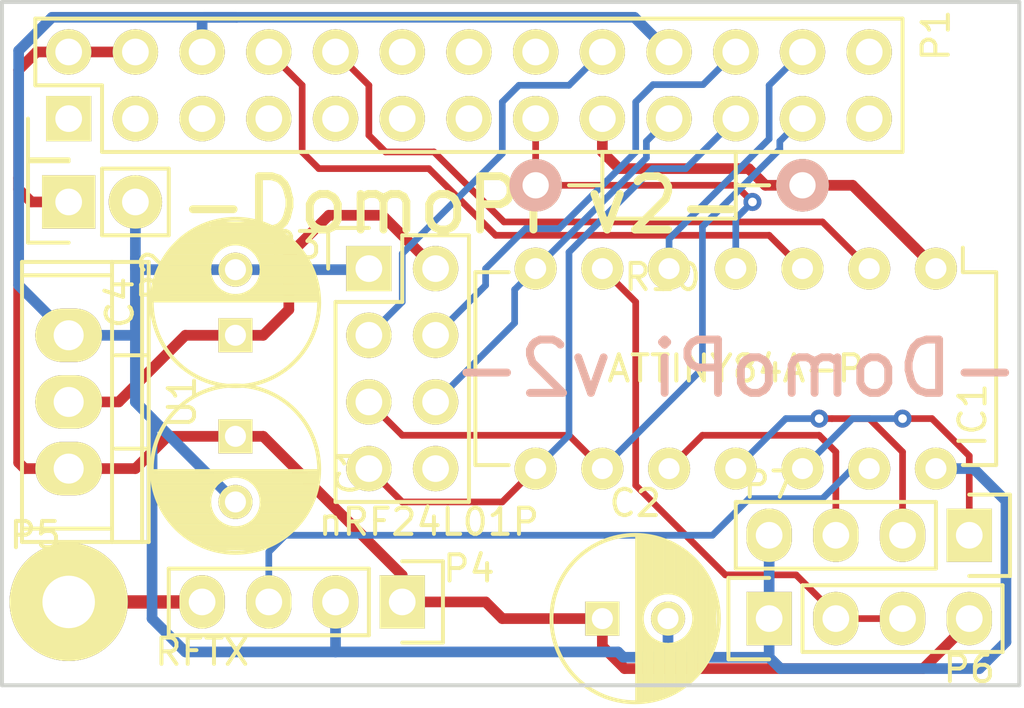
<source format=kicad_pcb>
(kicad_pcb (version 4) (host pcbnew "(2015-09-30 BZR 6231)-product")

  (general
    (links 42)
    (no_connects 0)
    (area 66.841 25.230285 108.667572 53.689)
    (thickness 1.6)
    (drawings 6)
    (tracks 191)
    (zones 0)
    (modules 13)
    (nets 20)
  )

  (page A4)
  (layers
    (0 Top signal)
    (31 Bottom signal)
    (36 B.SilkS user)
    (37 F.SilkS user)
    (38 B.Mask user)
    (39 F.Mask user)
    (42 Eco1.User user)
    (43 Eco2.User user)
    (44 Edge.Cuts user)
    (48 B.Fab user hide)
    (49 F.Fab user hide)
  )

  (setup
    (last_trace_width 0.254)
    (trace_clearance 0.1524)
    (zone_clearance 0.508)
    (zone_45_only no)
    (trace_min 0.1524)
    (segment_width 0.2)
    (edge_width 0.15)
    (via_size 0.6858)
    (via_drill 0.3302)
    (via_min_size 0.6858)
    (via_min_drill 0.3302)
    (uvia_size 0.762)
    (uvia_drill 0.508)
    (uvias_allowed no)
    (uvia_min_size 0)
    (uvia_min_drill 0)
    (pcb_text_width 0.3)
    (pcb_text_size 1.5 1.5)
    (mod_edge_width 0.15)
    (mod_text_size 1 1)
    (mod_text_width 0.15)
    (pad_size 3 3)
    (pad_drill 2)
    (pad_to_mask_clearance 0.2)
    (aux_axis_origin 0 0)
    (visible_elements FFFFFF7F)
    (pcbplotparams
      (layerselection 0x010f0_80000001)
      (usegerberextensions true)
      (excludeedgelayer true)
      (linewidth 0.100000)
      (plotframeref false)
      (viasonmask false)
      (mode 1)
      (useauxorigin false)
      (hpglpennumber 1)
      (hpglpenspeed 20)
      (hpglpendiameter 15)
      (hpglpenoverlay 2)
      (psnegative false)
      (psa4output false)
      (plotreference true)
      (plotvalue true)
      (plotinvisibletext false)
      (padsonsilk false)
      (subtractmaskfromsilk false)
      (outputformat 1)
      (mirror false)
      (drillshape 0)
      (scaleselection 1)
      (outputdirectory ""))
  )

  (net 0 "")
  (net 1 GND)
  (net 2 +3V3)
  (net 3 +5V)
  (net 4 CE)
  (net 5 SS0)
  (net 6 SCK)
  (net 7 MOSI)
  (net 8 MISO)
  (net 9 /RF433-OUT)
  (net 10 Tiny-RESET)
  (net 11 TX)
  (net 12 SS1)
  (net 13 RX)
  (net 14 /ADC3)
  (net 15 /ADC2)
  (net 16 /ADC1)
  (net 17 /ANT)
  (net 18 /NRF-VCC)
  (net 19 /RF433-IN)

  (net_class Default "This is the default net class."
    (clearance 0.1524)
    (trace_width 0.254)
    (via_dia 0.6858)
    (via_drill 0.3302)
    (uvia_dia 0.762)
    (uvia_drill 0.508)
    (add_net /ADC1)
    (add_net /ADC2)
    (add_net /ADC3)
    (add_net /RF433-IN)
    (add_net /RF433-OUT)
    (add_net CE)
    (add_net MISO)
    (add_net MOSI)
    (add_net RX)
    (add_net SCK)
    (add_net SS0)
    (add_net SS1)
    (add_net TX)
    (add_net Tiny-RESET)
  )

  (net_class ANT ""
    (clearance 0.254)
    (trace_width 0.508)
    (via_dia 0.6858)
    (via_drill 0.3302)
    (uvia_dia 0.762)
    (uvia_drill 0.508)
    (add_net /ANT)
  )

  (net_class Power ""
    (clearance 0.254)
    (trace_width 0.4064)
    (via_dia 0.6858)
    (via_drill 0.3302)
    (uvia_dia 0.762)
    (uvia_drill 0.508)
    (add_net +3V3)
    (add_net +5V)
    (add_net /NRF-VCC)
    (add_net GND)
  )

  (module Capacitors_ThroughHole:C_Radial_D6.3_L11.2_P2.5 (layer Top) (tedit 0) (tstamp 56F5415F)
    (at 77.47 41.95 270)
    (descr "Radial Electrolytic Capacitor, Diameter 6.3mm x Length 11.2mm, Pitch 2.5mm")
    (tags "Electrolytic Capacitor")
    (path /56F554DF)
    (fp_text reference C1 (at 1.25 -4.4 270) (layer F.SilkS)
      (effects (font (size 1 1) (thickness 0.15)))
    )
    (fp_text value 0.47u (at 1.25 4.4 270) (layer F.Fab)
      (effects (font (size 1 1) (thickness 0.15)))
    )
    (fp_line (start 1.325 -3.149) (end 1.325 3.149) (layer F.SilkS) (width 0.15))
    (fp_line (start 1.465 -3.143) (end 1.465 3.143) (layer F.SilkS) (width 0.15))
    (fp_line (start 1.605 -3.13) (end 1.605 -0.446) (layer F.SilkS) (width 0.15))
    (fp_line (start 1.605 0.446) (end 1.605 3.13) (layer F.SilkS) (width 0.15))
    (fp_line (start 1.745 -3.111) (end 1.745 -0.656) (layer F.SilkS) (width 0.15))
    (fp_line (start 1.745 0.656) (end 1.745 3.111) (layer F.SilkS) (width 0.15))
    (fp_line (start 1.885 -3.085) (end 1.885 -0.789) (layer F.SilkS) (width 0.15))
    (fp_line (start 1.885 0.789) (end 1.885 3.085) (layer F.SilkS) (width 0.15))
    (fp_line (start 2.025 -3.053) (end 2.025 -0.88) (layer F.SilkS) (width 0.15))
    (fp_line (start 2.025 0.88) (end 2.025 3.053) (layer F.SilkS) (width 0.15))
    (fp_line (start 2.165 -3.014) (end 2.165 -0.942) (layer F.SilkS) (width 0.15))
    (fp_line (start 2.165 0.942) (end 2.165 3.014) (layer F.SilkS) (width 0.15))
    (fp_line (start 2.305 -2.968) (end 2.305 -0.981) (layer F.SilkS) (width 0.15))
    (fp_line (start 2.305 0.981) (end 2.305 2.968) (layer F.SilkS) (width 0.15))
    (fp_line (start 2.445 -2.915) (end 2.445 -0.998) (layer F.SilkS) (width 0.15))
    (fp_line (start 2.445 0.998) (end 2.445 2.915) (layer F.SilkS) (width 0.15))
    (fp_line (start 2.585 -2.853) (end 2.585 -0.996) (layer F.SilkS) (width 0.15))
    (fp_line (start 2.585 0.996) (end 2.585 2.853) (layer F.SilkS) (width 0.15))
    (fp_line (start 2.725 -2.783) (end 2.725 -0.974) (layer F.SilkS) (width 0.15))
    (fp_line (start 2.725 0.974) (end 2.725 2.783) (layer F.SilkS) (width 0.15))
    (fp_line (start 2.865 -2.704) (end 2.865 -0.931) (layer F.SilkS) (width 0.15))
    (fp_line (start 2.865 0.931) (end 2.865 2.704) (layer F.SilkS) (width 0.15))
    (fp_line (start 3.005 -2.616) (end 3.005 -0.863) (layer F.SilkS) (width 0.15))
    (fp_line (start 3.005 0.863) (end 3.005 2.616) (layer F.SilkS) (width 0.15))
    (fp_line (start 3.145 -2.516) (end 3.145 -0.764) (layer F.SilkS) (width 0.15))
    (fp_line (start 3.145 0.764) (end 3.145 2.516) (layer F.SilkS) (width 0.15))
    (fp_line (start 3.285 -2.404) (end 3.285 -0.619) (layer F.SilkS) (width 0.15))
    (fp_line (start 3.285 0.619) (end 3.285 2.404) (layer F.SilkS) (width 0.15))
    (fp_line (start 3.425 -2.279) (end 3.425 -0.38) (layer F.SilkS) (width 0.15))
    (fp_line (start 3.425 0.38) (end 3.425 2.279) (layer F.SilkS) (width 0.15))
    (fp_line (start 3.565 -2.136) (end 3.565 2.136) (layer F.SilkS) (width 0.15))
    (fp_line (start 3.705 -1.974) (end 3.705 1.974) (layer F.SilkS) (width 0.15))
    (fp_line (start 3.845 -1.786) (end 3.845 1.786) (layer F.SilkS) (width 0.15))
    (fp_line (start 3.985 -1.563) (end 3.985 1.563) (layer F.SilkS) (width 0.15))
    (fp_line (start 4.125 -1.287) (end 4.125 1.287) (layer F.SilkS) (width 0.15))
    (fp_line (start 4.265 -0.912) (end 4.265 0.912) (layer F.SilkS) (width 0.15))
    (fp_circle (center 2.5 0) (end 2.5 -1) (layer F.SilkS) (width 0.15))
    (fp_circle (center 1.25 0) (end 1.25 -3.1875) (layer F.SilkS) (width 0.15))
    (fp_circle (center 1.25 0) (end 1.25 -3.4) (layer F.CrtYd) (width 0.05))
    (pad 2 thru_hole circle (at 2.5 0 270) (size 1.3 1.3) (drill 0.8) (layers *.Cu *.Mask F.SilkS)
      (net 1 GND))
    (pad 1 thru_hole rect (at 0 0 270) (size 1.3 1.3) (drill 0.8) (layers *.Cu *.Mask F.SilkS)
      (net 3 +5V))
    (model Capacitors_ThroughHole.3dshapes/C_Radial_D6.3_L11.2_P2.5.wrl
      (at (xyz 0 0 0))
      (scale (xyz 1 1 1))
      (rotate (xyz 0 0 0))
    )
  )

  (module Socket_Strips:Socket_Strip_Straight_1x04 (layer Top) (tedit 56FA76BD) (tstamp 560BFC1B)
    (at 83.82 48.26 180)
    (descr "Through hole socket strip")
    (tags "socket strip")
    (path /560D0649)
    (fp_text reference P4 (at -2.54 1.27 180) (layer F.SilkS)
      (effects (font (size 1 1) (thickness 0.15)))
    )
    (fp_text value RFTX (at 7.62 -1.905 180) (layer F.SilkS)
      (effects (font (size 1 1) (thickness 0.15)))
    )
    (fp_line (start -1.75 -1.75) (end -1.75 1.75) (layer F.CrtYd) (width 0.05))
    (fp_line (start 9.4 -1.75) (end 9.4 1.75) (layer F.CrtYd) (width 0.05))
    (fp_line (start -1.75 -1.75) (end 9.4 -1.75) (layer F.CrtYd) (width 0.05))
    (fp_line (start -1.75 1.75) (end 9.4 1.75) (layer F.CrtYd) (width 0.05))
    (fp_line (start 1.27 -1.27) (end 8.89 -1.27) (layer F.SilkS) (width 0.15))
    (fp_line (start 1.27 1.27) (end 8.89 1.27) (layer F.SilkS) (width 0.15))
    (fp_line (start -1.55 1.55) (end 0 1.55) (layer F.SilkS) (width 0.15))
    (fp_line (start 8.89 -1.27) (end 8.89 1.27) (layer F.SilkS) (width 0.15))
    (fp_line (start 1.27 1.27) (end 1.27 -1.27) (layer F.SilkS) (width 0.15))
    (fp_line (start 0 -1.55) (end -1.55 -1.55) (layer F.SilkS) (width 0.15))
    (fp_line (start -1.55 -1.55) (end -1.55 1.55) (layer F.SilkS) (width 0.15))
    (pad 1 thru_hole rect (at 0 0 180) (size 1.7272 2.032) (drill 1.016) (layers *.Cu *.Mask F.SilkS)
      (net 3 +5V))
    (pad 2 thru_hole oval (at 2.54 0 180) (size 1.7272 2.032) (drill 1.016) (layers *.Cu *.Mask F.SilkS)
      (net 1 GND))
    (pad 3 thru_hole oval (at 5.08 0 180) (size 1.7272 2.032) (drill 1.016) (layers *.Cu *.Mask F.SilkS)
      (net 9 /RF433-OUT))
    (pad 4 thru_hole oval (at 7.62 0 180) (size 1.7272 2.032) (drill 1.016) (layers *.Cu *.Mask F.SilkS)
      (net 17 /ANT))
    (model Socket_Strips.3dshapes/Socket_Strip_Straight_1x04.wrl
      (at (xyz 0.15 0 0))
      (scale (xyz 1 1 1))
      (rotate (xyz 0 0 180))
    )
  )

  (module Socket_Strips:Socket_Strip_Straight_1x04 (layer Top) (tedit 0) (tstamp 56FA5072)
    (at 97.79 48.895)
    (descr "Through hole socket strip")
    (tags "socket strip")
    (path /56FA5F1D)
    (fp_text reference P7 (at 0 -5.1) (layer F.SilkS)
      (effects (font (size 1 1) (thickness 0.15)))
    )
    (fp_text value RFRX (at 0 -3.1) (layer F.Fab)
      (effects (font (size 1 1) (thickness 0.15)))
    )
    (fp_line (start -1.75 -1.75) (end -1.75 1.75) (layer F.CrtYd) (width 0.05))
    (fp_line (start 9.4 -1.75) (end 9.4 1.75) (layer F.CrtYd) (width 0.05))
    (fp_line (start -1.75 -1.75) (end 9.4 -1.75) (layer F.CrtYd) (width 0.05))
    (fp_line (start -1.75 1.75) (end 9.4 1.75) (layer F.CrtYd) (width 0.05))
    (fp_line (start 1.27 -1.27) (end 8.89 -1.27) (layer F.SilkS) (width 0.15))
    (fp_line (start 1.27 1.27) (end 8.89 1.27) (layer F.SilkS) (width 0.15))
    (fp_line (start -1.55 1.55) (end 0 1.55) (layer F.SilkS) (width 0.15))
    (fp_line (start 8.89 -1.27) (end 8.89 1.27) (layer F.SilkS) (width 0.15))
    (fp_line (start 1.27 1.27) (end 1.27 -1.27) (layer F.SilkS) (width 0.15))
    (fp_line (start 0 -1.55) (end -1.55 -1.55) (layer F.SilkS) (width 0.15))
    (fp_line (start -1.55 -1.55) (end -1.55 1.55) (layer F.SilkS) (width 0.15))
    (pad 1 thru_hole rect (at 0 0) (size 1.7272 2.032) (drill 1.016) (layers *.Cu *.Mask F.SilkS)
      (net 1 GND))
    (pad 2 thru_hole oval (at 2.54 0) (size 1.7272 2.032) (drill 1.016) (layers *.Cu *.Mask F.SilkS)
      (net 19 /RF433-IN))
    (pad 3 thru_hole oval (at 5.08 0) (size 1.7272 2.032) (drill 1.016) (layers *.Cu *.Mask F.SilkS)
      (net 19 /RF433-IN))
    (pad 4 thru_hole oval (at 7.62 0) (size 1.7272 2.032) (drill 1.016) (layers *.Cu *.Mask F.SilkS)
      (net 3 +5V))
    (model Socket_Strips.3dshapes/Socket_Strip_Straight_1x04.wrl
      (at (xyz 0.15 0 0))
      (scale (xyz 1 1 1))
      (rotate (xyz 0 0 180))
    )
  )

  (module Housings_DIP:DIP-14_W7.62mm (layer Top) (tedit 560CF929) (tstamp 560BE100)
    (at 104.14 35.56 270)
    (descr "14-lead dip package, row spacing 7.62 mm (300 mils)")
    (tags "dil dip 2.54 300")
    (path /560BE23A)
    (fp_text reference IC1 (at 5.588 -1.397 270) (layer F.SilkS)
      (effects (font (size 1 1) (thickness 0.15)))
    )
    (fp_text value ATTINY84A-P (at 3.81 7.62 360) (layer F.SilkS)
      (effects (font (size 1 1) (thickness 0.15)))
    )
    (fp_line (start -1.05 -2.45) (end -1.05 17.7) (layer F.CrtYd) (width 0.05))
    (fp_line (start 8.65 -2.45) (end 8.65 17.7) (layer F.CrtYd) (width 0.05))
    (fp_line (start -1.05 -2.45) (end 8.65 -2.45) (layer F.CrtYd) (width 0.05))
    (fp_line (start -1.05 17.7) (end 8.65 17.7) (layer F.CrtYd) (width 0.05))
    (fp_line (start 0.135 -2.295) (end 0.135 -1.025) (layer F.SilkS) (width 0.15))
    (fp_line (start 7.485 -2.295) (end 7.485 -1.025) (layer F.SilkS) (width 0.15))
    (fp_line (start 7.485 17.535) (end 7.485 16.265) (layer F.SilkS) (width 0.15))
    (fp_line (start 0.135 17.535) (end 0.135 16.265) (layer F.SilkS) (width 0.15))
    (fp_line (start 0.135 -2.295) (end 7.485 -2.295) (layer F.SilkS) (width 0.15))
    (fp_line (start 0.135 17.535) (end 7.485 17.535) (layer F.SilkS) (width 0.15))
    (fp_line (start 0.135 -1.025) (end -0.8 -1.025) (layer F.SilkS) (width 0.15))
    (pad 1 thru_hole oval (at 0 0 270) (size 1.6 1.6) (drill 0.8) (layers *.Cu *.Mask F.SilkS)
      (net 2 +3V3))
    (pad 2 thru_hole oval (at 0 2.54 270) (size 1.6 1.6) (drill 0.8) (layers *.Cu *.Mask F.SilkS)
      (net 13 RX))
    (pad 3 thru_hole oval (at 0 5.08 270) (size 1.6 1.6) (drill 0.8) (layers *.Cu *.Mask F.SilkS)
      (net 11 TX))
    (pad 4 thru_hole oval (at 0 7.62 270) (size 1.6 1.6) (drill 0.8) (layers *.Cu *.Mask F.SilkS)
      (net 10 Tiny-RESET))
    (pad 5 thru_hole oval (at 0 10.16 270) (size 1.6 1.6) (drill 0.8) (layers *.Cu *.Mask F.SilkS)
      (net 12 SS1))
    (pad 6 thru_hole oval (at 0 12.7 270) (size 1.6 1.6) (drill 0.8) (layers *.Cu *.Mask F.SilkS)
      (net 19 /RF433-IN))
    (pad 7 thru_hole oval (at 0 15.24 270) (size 1.6 1.6) (drill 0.8) (layers *.Cu *.Mask F.SilkS)
      (net 7 MOSI))
    (pad 8 thru_hole oval (at 7.62 15.24 270) (size 1.6 1.6) (drill 0.8) (layers *.Cu *.Mask F.SilkS)
      (net 8 MISO))
    (pad 9 thru_hole oval (at 7.62 12.7 270) (size 1.6 1.6) (drill 0.8) (layers *.Cu *.Mask F.SilkS)
      (net 6 SCK))
    (pad 10 thru_hole oval (at 7.62 10.16 270) (size 1.6 1.6) (drill 0.8) (layers *.Cu *.Mask F.SilkS)
      (net 14 /ADC3))
    (pad 11 thru_hole oval (at 7.62 7.62 270) (size 1.6 1.6) (drill 0.8) (layers *.Cu *.Mask F.SilkS)
      (net 15 /ADC2))
    (pad 12 thru_hole oval (at 7.62 5.08 270) (size 1.6 1.6) (drill 0.8) (layers *.Cu *.Mask F.SilkS)
      (net 16 /ADC1))
    (pad 13 thru_hole oval (at 7.62 2.54 270) (size 1.6 1.6) (drill 0.8) (layers *.Cu *.Mask F.SilkS)
      (net 9 /RF433-OUT))
    (pad 14 thru_hole oval (at 7.62 0 270) (size 1.6 1.6) (drill 0.8) (layers *.Cu *.Mask F.SilkS)
      (net 1 GND))
    (model Housings_DIP.3dshapes/DIP-14_W7.62mm.wrl
      (at (xyz 0 0 0))
      (scale (xyz 1 1 1))
      (rotate (xyz 0 0 0))
    )
  )

  (module Pin_Headers:Pin_Header_Straight_1x02 (layer Top) (tedit 560CF25E) (tstamp 560BDFE5)
    (at 71.12 33.02 90)
    (descr "Through hole pin header")
    (tags "pin header")
    (path /560C2BF5)
    (fp_text reference P2 (at -2.794 3.302 90) (layer F.SilkS)
      (effects (font (size 1 1) (thickness 0.15)))
    )
    (fp_text value CONN_01X02 (at 0 -3.1 90) (layer F.Fab) hide
      (effects (font (size 1 1) (thickness 0.15)))
    )
    (fp_line (start 1.27 1.27) (end 1.27 3.81) (layer F.SilkS) (width 0.15))
    (fp_line (start 1.55 -1.55) (end 1.55 0) (layer F.SilkS) (width 0.15))
    (fp_line (start -1.75 -1.75) (end -1.75 4.3) (layer F.CrtYd) (width 0.05))
    (fp_line (start 1.75 -1.75) (end 1.75 4.3) (layer F.CrtYd) (width 0.05))
    (fp_line (start -1.75 -1.75) (end 1.75 -1.75) (layer F.CrtYd) (width 0.05))
    (fp_line (start -1.75 4.3) (end 1.75 4.3) (layer F.CrtYd) (width 0.05))
    (fp_line (start 1.27 1.27) (end -1.27 1.27) (layer F.SilkS) (width 0.15))
    (fp_line (start -1.55 0) (end -1.55 -1.55) (layer F.SilkS) (width 0.15))
    (fp_line (start -1.55 -1.55) (end 1.55 -1.55) (layer F.SilkS) (width 0.15))
    (fp_line (start -1.27 1.27) (end -1.27 3.81) (layer F.SilkS) (width 0.15))
    (fp_line (start -1.27 3.81) (end 1.27 3.81) (layer F.SilkS) (width 0.15))
    (pad 1 thru_hole rect (at 0 0 90) (size 2.032 2.032) (drill 1.016) (layers *.Cu *.Mask F.SilkS)
      (net 3 +5V))
    (pad 2 thru_hole oval (at 0 2.54 90) (size 2.032 2.032) (drill 1.016) (layers *.Cu *.Mask F.SilkS)
      (net 1 GND))
    (model Pin_Headers.3dshapes/Pin_Header_Straight_1x02.wrl
      (at (xyz 0 -0.05 0))
      (scale (xyz 1 1 1))
      (rotate (xyz 0 0 90))
    )
  )

  (module Pin_Headers:Pin_Header_Straight_2x04 (layer Top) (tedit 560CF95F) (tstamp 560BFE6B)
    (at 82.55 35.56)
    (descr "Through hole pin header")
    (tags "pin header")
    (path /560BE537)
    (fp_text reference P3 (at -2.794 -0.889) (layer F.SilkS)
      (effects (font (size 1 1) (thickness 0.15)))
    )
    (fp_text value nRF24L01P (at 2.286 9.652) (layer F.SilkS)
      (effects (font (size 1 1) (thickness 0.15)))
    )
    (fp_line (start -1.75 -1.75) (end -1.75 9.4) (layer F.CrtYd) (width 0.05))
    (fp_line (start 4.3 -1.75) (end 4.3 9.4) (layer F.CrtYd) (width 0.05))
    (fp_line (start -1.75 -1.75) (end 4.3 -1.75) (layer F.CrtYd) (width 0.05))
    (fp_line (start -1.75 9.4) (end 4.3 9.4) (layer F.CrtYd) (width 0.05))
    (fp_line (start -1.27 1.27) (end -1.27 8.89) (layer F.SilkS) (width 0.15))
    (fp_line (start -1.27 8.89) (end 3.81 8.89) (layer F.SilkS) (width 0.15))
    (fp_line (start 3.81 8.89) (end 3.81 -1.27) (layer F.SilkS) (width 0.15))
    (fp_line (start 3.81 -1.27) (end 1.27 -1.27) (layer F.SilkS) (width 0.15))
    (fp_line (start 0 -1.55) (end -1.55 -1.55) (layer F.SilkS) (width 0.15))
    (fp_line (start 1.27 -1.27) (end 1.27 1.27) (layer F.SilkS) (width 0.15))
    (fp_line (start 1.27 1.27) (end -1.27 1.27) (layer F.SilkS) (width 0.15))
    (fp_line (start -1.55 -1.55) (end -1.55 0) (layer F.SilkS) (width 0.15))
    (pad 1 thru_hole rect (at 0 0) (size 1.7272 1.7272) (drill 1.016) (layers *.Cu *.Mask F.SilkS)
      (net 1 GND))
    (pad 2 thru_hole oval (at 2.54 0) (size 1.7272 1.7272) (drill 1.016) (layers *.Cu *.Mask F.SilkS)
      (net 18 /NRF-VCC))
    (pad 3 thru_hole oval (at 0 2.54) (size 1.7272 1.7272) (drill 1.016) (layers *.Cu *.Mask F.SilkS)
      (net 4 CE))
    (pad 4 thru_hole oval (at 2.54 2.54) (size 1.7272 1.7272) (drill 1.016) (layers *.Cu *.Mask F.SilkS)
      (net 5 SS0))
    (pad 5 thru_hole oval (at 0 5.08) (size 1.7272 1.7272) (drill 1.016) (layers *.Cu *.Mask F.SilkS)
      (net 6 SCK))
    (pad 6 thru_hole oval (at 2.54 5.08) (size 1.7272 1.7272) (drill 1.016) (layers *.Cu *.Mask F.SilkS)
      (net 7 MOSI))
    (pad 7 thru_hole oval (at 0 7.62) (size 1.7272 1.7272) (drill 1.016) (layers *.Cu *.Mask F.SilkS)
      (net 8 MISO))
    (pad 8 thru_hole oval (at 2.54 7.62) (size 1.7272 1.7272) (drill 1.016) (layers *.Cu *.Mask F.SilkS))
    (model Pin_Headers.3dshapes/Pin_Header_Straight_2x04.wrl
      (at (xyz 0.05 -0.15 0))
      (scale (xyz 1 1 1))
      (rotate (xyz 0 0 90))
    )
  )

  (module Wire_Pads:SolderWirePad_single_2mmDrill (layer Top) (tedit 56FA76CA) (tstamp 56B89E15)
    (at 71.12 48.26)
    (path /560D11E1)
    (fp_text reference P5 (at -1.27 -2.54) (layer F.SilkS)
      (effects (font (size 1 1) (thickness 0.15)))
    )
    (fp_text value ANT (at -0.635 3.81) (layer F.Fab)
      (effects (font (size 1 1) (thickness 0.15)))
    )
    (pad 1 thru_hole circle (at 0 0) (size 4.50088 4.50088) (drill 1.99898) (layers *.Cu *.Mask F.SilkS)
      (net 17 /ANT))
  )

  (module Capacitors_ThroughHole:C_Radial_D6.3_L11.2_P2.5 (layer Top) (tedit 0) (tstamp 56F54165)
    (at 77.47 38.1 90)
    (descr "Radial Electrolytic Capacitor, Diameter 6.3mm x Length 11.2mm, Pitch 2.5mm")
    (tags "Electrolytic Capacitor")
    (path /560D0C56)
    (fp_text reference C4 (at 1.25 -4.4 90) (layer F.SilkS)
      (effects (font (size 1 1) (thickness 0.15)))
    )
    (fp_text value 33u (at 1.25 4.4 90) (layer F.Fab)
      (effects (font (size 1 1) (thickness 0.15)))
    )
    (fp_line (start 1.325 -3.149) (end 1.325 3.149) (layer F.SilkS) (width 0.15))
    (fp_line (start 1.465 -3.143) (end 1.465 3.143) (layer F.SilkS) (width 0.15))
    (fp_line (start 1.605 -3.13) (end 1.605 -0.446) (layer F.SilkS) (width 0.15))
    (fp_line (start 1.605 0.446) (end 1.605 3.13) (layer F.SilkS) (width 0.15))
    (fp_line (start 1.745 -3.111) (end 1.745 -0.656) (layer F.SilkS) (width 0.15))
    (fp_line (start 1.745 0.656) (end 1.745 3.111) (layer F.SilkS) (width 0.15))
    (fp_line (start 1.885 -3.085) (end 1.885 -0.789) (layer F.SilkS) (width 0.15))
    (fp_line (start 1.885 0.789) (end 1.885 3.085) (layer F.SilkS) (width 0.15))
    (fp_line (start 2.025 -3.053) (end 2.025 -0.88) (layer F.SilkS) (width 0.15))
    (fp_line (start 2.025 0.88) (end 2.025 3.053) (layer F.SilkS) (width 0.15))
    (fp_line (start 2.165 -3.014) (end 2.165 -0.942) (layer F.SilkS) (width 0.15))
    (fp_line (start 2.165 0.942) (end 2.165 3.014) (layer F.SilkS) (width 0.15))
    (fp_line (start 2.305 -2.968) (end 2.305 -0.981) (layer F.SilkS) (width 0.15))
    (fp_line (start 2.305 0.981) (end 2.305 2.968) (layer F.SilkS) (width 0.15))
    (fp_line (start 2.445 -2.915) (end 2.445 -0.998) (layer F.SilkS) (width 0.15))
    (fp_line (start 2.445 0.998) (end 2.445 2.915) (layer F.SilkS) (width 0.15))
    (fp_line (start 2.585 -2.853) (end 2.585 -0.996) (layer F.SilkS) (width 0.15))
    (fp_line (start 2.585 0.996) (end 2.585 2.853) (layer F.SilkS) (width 0.15))
    (fp_line (start 2.725 -2.783) (end 2.725 -0.974) (layer F.SilkS) (width 0.15))
    (fp_line (start 2.725 0.974) (end 2.725 2.783) (layer F.SilkS) (width 0.15))
    (fp_line (start 2.865 -2.704) (end 2.865 -0.931) (layer F.SilkS) (width 0.15))
    (fp_line (start 2.865 0.931) (end 2.865 2.704) (layer F.SilkS) (width 0.15))
    (fp_line (start 3.005 -2.616) (end 3.005 -0.863) (layer F.SilkS) (width 0.15))
    (fp_line (start 3.005 0.863) (end 3.005 2.616) (layer F.SilkS) (width 0.15))
    (fp_line (start 3.145 -2.516) (end 3.145 -0.764) (layer F.SilkS) (width 0.15))
    (fp_line (start 3.145 0.764) (end 3.145 2.516) (layer F.SilkS) (width 0.15))
    (fp_line (start 3.285 -2.404) (end 3.285 -0.619) (layer F.SilkS) (width 0.15))
    (fp_line (start 3.285 0.619) (end 3.285 2.404) (layer F.SilkS) (width 0.15))
    (fp_line (start 3.425 -2.279) (end 3.425 -0.38) (layer F.SilkS) (width 0.15))
    (fp_line (start 3.425 0.38) (end 3.425 2.279) (layer F.SilkS) (width 0.15))
    (fp_line (start 3.565 -2.136) (end 3.565 2.136) (layer F.SilkS) (width 0.15))
    (fp_line (start 3.705 -1.974) (end 3.705 1.974) (layer F.SilkS) (width 0.15))
    (fp_line (start 3.845 -1.786) (end 3.845 1.786) (layer F.SilkS) (width 0.15))
    (fp_line (start 3.985 -1.563) (end 3.985 1.563) (layer F.SilkS) (width 0.15))
    (fp_line (start 4.125 -1.287) (end 4.125 1.287) (layer F.SilkS) (width 0.15))
    (fp_line (start 4.265 -0.912) (end 4.265 0.912) (layer F.SilkS) (width 0.15))
    (fp_circle (center 2.5 0) (end 2.5 -1) (layer F.SilkS) (width 0.15))
    (fp_circle (center 1.25 0) (end 1.25 -3.1875) (layer F.SilkS) (width 0.15))
    (fp_circle (center 1.25 0) (end 1.25 -3.4) (layer F.CrtYd) (width 0.05))
    (pad 2 thru_hole circle (at 2.5 0 90) (size 1.3 1.3) (drill 0.8) (layers *.Cu *.Mask F.SilkS)
      (net 1 GND))
    (pad 1 thru_hole rect (at 0 0 90) (size 1.3 1.3) (drill 0.8) (layers *.Cu *.Mask F.SilkS)
      (net 18 /NRF-VCC))
    (model Capacitors_ThroughHole.3dshapes/C_Radial_D6.3_L11.2_P2.5.wrl
      (at (xyz 0 0 0))
      (scale (xyz 1 1 1))
      (rotate (xyz 0 0 0))
    )
  )

  (module Power_Integrations:TO-220 (layer Top) (tedit 0) (tstamp 56F5418D)
    (at 71.12 40.64 270)
    (descr "Non Isolated JEDEC TO-220 Package")
    (tags "Power Integration YN Package")
    (path /56F54C12)
    (fp_text reference U1 (at 0 -4.318 270) (layer F.SilkS)
      (effects (font (size 1 1) (thickness 0.15)))
    )
    (fp_text value LM3940IT-3.3 (at 0 -4.318 270) (layer F.Fab)
      (effects (font (size 1 1) (thickness 0.15)))
    )
    (fp_line (start 4.826 -1.651) (end 4.826 1.778) (layer F.SilkS) (width 0.15))
    (fp_line (start -4.826 -1.651) (end -4.826 1.778) (layer F.SilkS) (width 0.15))
    (fp_line (start 5.334 -2.794) (end -5.334 -2.794) (layer F.SilkS) (width 0.15))
    (fp_line (start 1.778 -1.778) (end 1.778 -3.048) (layer F.SilkS) (width 0.15))
    (fp_line (start -1.778 -1.778) (end -1.778 -3.048) (layer F.SilkS) (width 0.15))
    (fp_line (start -5.334 -1.651) (end 5.334 -1.651) (layer F.SilkS) (width 0.15))
    (fp_line (start 5.334 1.778) (end -5.334 1.778) (layer F.SilkS) (width 0.15))
    (fp_line (start -5.334 -3.048) (end -5.334 1.778) (layer F.SilkS) (width 0.15))
    (fp_line (start 5.334 -3.048) (end 5.334 1.778) (layer F.SilkS) (width 0.15))
    (fp_line (start 5.334 -3.048) (end -5.334 -3.048) (layer F.SilkS) (width 0.15))
    (pad 2 thru_hole oval (at 0 0 270) (size 2.032 2.54) (drill 1.143) (layers *.Cu *.Mask F.SilkS)
      (net 18 /NRF-VCC))
    (pad 3 thru_hole oval (at 2.54 0 270) (size 2.032 2.54) (drill 1.143) (layers *.Cu *.Mask F.SilkS)
      (net 3 +5V))
    (pad 1 thru_hole oval (at -2.54 0 270) (size 2.032 2.54) (drill 1.143) (layers *.Cu *.Mask F.SilkS)
      (net 1 GND))
  )

  (module Capacitors_ThroughHole:C_Radial_D6.3_L11.2_P2.5 (layer Top) (tedit 0) (tstamp 56F54544)
    (at 91.44 48.895)
    (descr "Radial Electrolytic Capacitor, Diameter 6.3mm x Length 11.2mm, Pitch 2.5mm")
    (tags "Electrolytic Capacitor")
    (path /56F57B33)
    (fp_text reference C2 (at 1.25 -4.4) (layer F.SilkS)
      (effects (font (size 1 1) (thickness 0.15)))
    )
    (fp_text value 10u (at 1.25 4.4) (layer F.Fab)
      (effects (font (size 1 1) (thickness 0.15)))
    )
    (fp_line (start 1.325 -3.149) (end 1.325 3.149) (layer F.SilkS) (width 0.15))
    (fp_line (start 1.465 -3.143) (end 1.465 3.143) (layer F.SilkS) (width 0.15))
    (fp_line (start 1.605 -3.13) (end 1.605 -0.446) (layer F.SilkS) (width 0.15))
    (fp_line (start 1.605 0.446) (end 1.605 3.13) (layer F.SilkS) (width 0.15))
    (fp_line (start 1.745 -3.111) (end 1.745 -0.656) (layer F.SilkS) (width 0.15))
    (fp_line (start 1.745 0.656) (end 1.745 3.111) (layer F.SilkS) (width 0.15))
    (fp_line (start 1.885 -3.085) (end 1.885 -0.789) (layer F.SilkS) (width 0.15))
    (fp_line (start 1.885 0.789) (end 1.885 3.085) (layer F.SilkS) (width 0.15))
    (fp_line (start 2.025 -3.053) (end 2.025 -0.88) (layer F.SilkS) (width 0.15))
    (fp_line (start 2.025 0.88) (end 2.025 3.053) (layer F.SilkS) (width 0.15))
    (fp_line (start 2.165 -3.014) (end 2.165 -0.942) (layer F.SilkS) (width 0.15))
    (fp_line (start 2.165 0.942) (end 2.165 3.014) (layer F.SilkS) (width 0.15))
    (fp_line (start 2.305 -2.968) (end 2.305 -0.981) (layer F.SilkS) (width 0.15))
    (fp_line (start 2.305 0.981) (end 2.305 2.968) (layer F.SilkS) (width 0.15))
    (fp_line (start 2.445 -2.915) (end 2.445 -0.998) (layer F.SilkS) (width 0.15))
    (fp_line (start 2.445 0.998) (end 2.445 2.915) (layer F.SilkS) (width 0.15))
    (fp_line (start 2.585 -2.853) (end 2.585 -0.996) (layer F.SilkS) (width 0.15))
    (fp_line (start 2.585 0.996) (end 2.585 2.853) (layer F.SilkS) (width 0.15))
    (fp_line (start 2.725 -2.783) (end 2.725 -0.974) (layer F.SilkS) (width 0.15))
    (fp_line (start 2.725 0.974) (end 2.725 2.783) (layer F.SilkS) (width 0.15))
    (fp_line (start 2.865 -2.704) (end 2.865 -0.931) (layer F.SilkS) (width 0.15))
    (fp_line (start 2.865 0.931) (end 2.865 2.704) (layer F.SilkS) (width 0.15))
    (fp_line (start 3.005 -2.616) (end 3.005 -0.863) (layer F.SilkS) (width 0.15))
    (fp_line (start 3.005 0.863) (end 3.005 2.616) (layer F.SilkS) (width 0.15))
    (fp_line (start 3.145 -2.516) (end 3.145 -0.764) (layer F.SilkS) (width 0.15))
    (fp_line (start 3.145 0.764) (end 3.145 2.516) (layer F.SilkS) (width 0.15))
    (fp_line (start 3.285 -2.404) (end 3.285 -0.619) (layer F.SilkS) (width 0.15))
    (fp_line (start 3.285 0.619) (end 3.285 2.404) (layer F.SilkS) (width 0.15))
    (fp_line (start 3.425 -2.279) (end 3.425 -0.38) (layer F.SilkS) (width 0.15))
    (fp_line (start 3.425 0.38) (end 3.425 2.279) (layer F.SilkS) (width 0.15))
    (fp_line (start 3.565 -2.136) (end 3.565 2.136) (layer F.SilkS) (width 0.15))
    (fp_line (start 3.705 -1.974) (end 3.705 1.974) (layer F.SilkS) (width 0.15))
    (fp_line (start 3.845 -1.786) (end 3.845 1.786) (layer F.SilkS) (width 0.15))
    (fp_line (start 3.985 -1.563) (end 3.985 1.563) (layer F.SilkS) (width 0.15))
    (fp_line (start 4.125 -1.287) (end 4.125 1.287) (layer F.SilkS) (width 0.15))
    (fp_line (start 4.265 -0.912) (end 4.265 0.912) (layer F.SilkS) (width 0.15))
    (fp_circle (center 2.5 0) (end 2.5 -1) (layer F.SilkS) (width 0.15))
    (fp_circle (center 1.25 0) (end 1.25 -3.1875) (layer F.SilkS) (width 0.15))
    (fp_circle (center 1.25 0) (end 1.25 -3.4) (layer F.CrtYd) (width 0.05))
    (pad 2 thru_hole circle (at 2.5 0) (size 1.3 1.3) (drill 0.8) (layers *.Cu *.Mask F.SilkS)
      (net 1 GND))
    (pad 1 thru_hole rect (at 0 0) (size 1.3 1.3) (drill 0.8) (layers *.Cu *.Mask F.SilkS)
      (net 3 +5V))
    (model Capacitors_ThroughHole.3dshapes/C_Radial_D6.3_L11.2_P2.5.wrl
      (at (xyz 0 0 0))
      (scale (xyz 1 1 1))
      (rotate (xyz 0 0 0))
    )
  )

  (module Pin_Headers:Pin_Header_Straight_2x13 (layer Top) (tedit 0) (tstamp 56FA4436)
    (at 71.12 29.845 90)
    (descr "Through hole pin header")
    (tags "pin header")
    (path /56F54504)
    (fp_text reference P1 (at 3.175 33.02 90) (layer F.SilkS)
      (effects (font (size 1 1) (thickness 0.15)))
    )
    (fp_text value RASPBERRY (at 0 -3.1 90) (layer F.Fab)
      (effects (font (size 1 1) (thickness 0.15)))
    )
    (fp_line (start -1.75 -1.75) (end -1.75 32.25) (layer F.CrtYd) (width 0.05))
    (fp_line (start 4.3 -1.75) (end 4.3 32.25) (layer F.CrtYd) (width 0.05))
    (fp_line (start -1.75 -1.75) (end 4.3 -1.75) (layer F.CrtYd) (width 0.05))
    (fp_line (start -1.75 32.25) (end 4.3 32.25) (layer F.CrtYd) (width 0.05))
    (fp_line (start 3.81 -1.27) (end 3.81 31.75) (layer F.SilkS) (width 0.15))
    (fp_line (start -1.27 1.27) (end -1.27 31.75) (layer F.SilkS) (width 0.15))
    (fp_line (start 3.81 31.75) (end -1.27 31.75) (layer F.SilkS) (width 0.15))
    (fp_line (start 3.81 -1.27) (end 1.27 -1.27) (layer F.SilkS) (width 0.15))
    (fp_line (start 0 -1.55) (end -1.55 -1.55) (layer F.SilkS) (width 0.15))
    (fp_line (start 1.27 -1.27) (end 1.27 1.27) (layer F.SilkS) (width 0.15))
    (fp_line (start 1.27 1.27) (end -1.27 1.27) (layer F.SilkS) (width 0.15))
    (fp_line (start -1.55 -1.55) (end -1.55 0) (layer F.SilkS) (width 0.15))
    (pad 1 thru_hole rect (at 0 0 90) (size 1.7272 1.7272) (drill 1.016) (layers *.Cu *.Mask F.SilkS))
    (pad 2 thru_hole oval (at 2.54 0 90) (size 1.7272 1.7272) (drill 1.016) (layers *.Cu *.Mask F.SilkS)
      (net 3 +5V))
    (pad 3 thru_hole oval (at 0 2.54 90) (size 1.7272 1.7272) (drill 1.016) (layers *.Cu *.Mask F.SilkS))
    (pad 4 thru_hole oval (at 2.54 2.54 90) (size 1.7272 1.7272) (drill 1.016) (layers *.Cu *.Mask F.SilkS)
      (net 3 +5V))
    (pad 5 thru_hole oval (at 0 5.08 90) (size 1.7272 1.7272) (drill 1.016) (layers *.Cu *.Mask F.SilkS))
    (pad 6 thru_hole oval (at 2.54 5.08 90) (size 1.7272 1.7272) (drill 1.016) (layers *.Cu *.Mask F.SilkS)
      (net 1 GND))
    (pad 7 thru_hole oval (at 0 7.62 90) (size 1.7272 1.7272) (drill 1.016) (layers *.Cu *.Mask F.SilkS))
    (pad 8 thru_hole oval (at 2.54 7.62 90) (size 1.7272 1.7272) (drill 1.016) (layers *.Cu *.Mask F.SilkS)
      (net 11 TX))
    (pad 9 thru_hole oval (at 0 10.16 90) (size 1.7272 1.7272) (drill 1.016) (layers *.Cu *.Mask F.SilkS))
    (pad 10 thru_hole oval (at 2.54 10.16 90) (size 1.7272 1.7272) (drill 1.016) (layers *.Cu *.Mask F.SilkS)
      (net 13 RX))
    (pad 11 thru_hole oval (at 0 12.7 90) (size 1.7272 1.7272) (drill 1.016) (layers *.Cu *.Mask F.SilkS))
    (pad 12 thru_hole oval (at 2.54 12.7 90) (size 1.7272 1.7272) (drill 1.016) (layers *.Cu *.Mask F.SilkS))
    (pad 13 thru_hole oval (at 0 15.24 90) (size 1.7272 1.7272) (drill 1.016) (layers *.Cu *.Mask F.SilkS))
    (pad 14 thru_hole oval (at 2.54 15.24 90) (size 1.7272 1.7272) (drill 1.016) (layers *.Cu *.Mask F.SilkS))
    (pad 15 thru_hole oval (at 0 17.78 90) (size 1.7272 1.7272) (drill 1.016) (layers *.Cu *.Mask F.SilkS)
      (net 10 Tiny-RESET))
    (pad 16 thru_hole oval (at 2.54 17.78 90) (size 1.7272 1.7272) (drill 1.016) (layers *.Cu *.Mask F.SilkS))
    (pad 17 thru_hole oval (at 0 20.32 90) (size 1.7272 1.7272) (drill 1.016) (layers *.Cu *.Mask F.SilkS)
      (net 2 +3V3))
    (pad 18 thru_hole oval (at 2.54 20.32 90) (size 1.7272 1.7272) (drill 1.016) (layers *.Cu *.Mask F.SilkS)
      (net 4 CE))
    (pad 19 thru_hole oval (at 0 22.86 90) (size 1.7272 1.7272) (drill 1.016) (layers *.Cu *.Mask F.SilkS)
      (net 7 MOSI))
    (pad 20 thru_hole oval (at 2.54 22.86 90) (size 1.7272 1.7272) (drill 1.016) (layers *.Cu *.Mask F.SilkS)
      (net 1 GND))
    (pad 21 thru_hole oval (at 0 25.4 90) (size 1.7272 1.7272) (drill 1.016) (layers *.Cu *.Mask F.SilkS)
      (net 8 MISO))
    (pad 22 thru_hole oval (at 2.54 25.4 90) (size 1.7272 1.7272) (drill 1.016) (layers *.Cu *.Mask F.SilkS)
      (net 5 SS0))
    (pad 23 thru_hole oval (at 0 27.94 90) (size 1.7272 1.7272) (drill 1.016) (layers *.Cu *.Mask F.SilkS)
      (net 6 SCK))
    (pad 24 thru_hole oval (at 2.54 27.94 90) (size 1.7272 1.7272) (drill 1.016) (layers *.Cu *.Mask F.SilkS)
      (net 12 SS1))
    (pad 25 thru_hole oval (at 0 30.48 90) (size 1.7272 1.7272) (drill 1.016) (layers *.Cu *.Mask F.SilkS))
    (pad 26 thru_hole oval (at 2.54 30.48 90) (size 1.7272 1.7272) (drill 1.016) (layers *.Cu *.Mask F.SilkS))
    (model Pin_Headers.3dshapes/Pin_Header_Straight_2x13.wrl
      (at (xyz 0.05 -0.6 0))
      (scale (xyz 1 1 1))
      (rotate (xyz 0 0 90))
    )
  )

  (module Socket_Strips:Socket_Strip_Straight_1x04 (layer Top) (tedit 0) (tstamp 56FA52AB)
    (at 105.41 45.72 180)
    (descr "Through hole socket strip")
    (tags "socket strip")
    (path /560CF763)
    (fp_text reference P6 (at 0 -5.1 180) (layer F.SilkS)
      (effects (font (size 1 1) (thickness 0.15)))
    )
    (fp_text value Sensors (at 0 -3.1 180) (layer F.Fab)
      (effects (font (size 1 1) (thickness 0.15)))
    )
    (fp_line (start -1.75 -1.75) (end -1.75 1.75) (layer F.CrtYd) (width 0.05))
    (fp_line (start 9.4 -1.75) (end 9.4 1.75) (layer F.CrtYd) (width 0.05))
    (fp_line (start -1.75 -1.75) (end 9.4 -1.75) (layer F.CrtYd) (width 0.05))
    (fp_line (start -1.75 1.75) (end 9.4 1.75) (layer F.CrtYd) (width 0.05))
    (fp_line (start 1.27 -1.27) (end 8.89 -1.27) (layer F.SilkS) (width 0.15))
    (fp_line (start 1.27 1.27) (end 8.89 1.27) (layer F.SilkS) (width 0.15))
    (fp_line (start -1.55 1.55) (end 0 1.55) (layer F.SilkS) (width 0.15))
    (fp_line (start 8.89 -1.27) (end 8.89 1.27) (layer F.SilkS) (width 0.15))
    (fp_line (start 1.27 1.27) (end 1.27 -1.27) (layer F.SilkS) (width 0.15))
    (fp_line (start 0 -1.55) (end -1.55 -1.55) (layer F.SilkS) (width 0.15))
    (fp_line (start -1.55 -1.55) (end -1.55 1.55) (layer F.SilkS) (width 0.15))
    (pad 1 thru_hole rect (at 0 0 180) (size 1.7272 2.032) (drill 1.016) (layers *.Cu *.Mask F.SilkS)
      (net 16 /ADC1))
    (pad 2 thru_hole oval (at 2.54 0 180) (size 1.7272 2.032) (drill 1.016) (layers *.Cu *.Mask F.SilkS)
      (net 15 /ADC2))
    (pad 3 thru_hole oval (at 5.08 0 180) (size 1.7272 2.032) (drill 1.016) (layers *.Cu *.Mask F.SilkS)
      (net 14 /ADC3))
    (pad 4 thru_hole oval (at 7.62 0 180) (size 1.7272 2.032) (drill 1.016) (layers *.Cu *.Mask F.SilkS)
      (net 1 GND))
    (model Socket_Strips.3dshapes/Socket_Strip_Straight_1x04.wrl
      (at (xyz 0.15 0 0))
      (scale (xyz 1 1 1))
      (rotate (xyz 0 0 180))
    )
  )

  (module Resistors_ThroughHole:Resistor_Horizontal_RM10mm (layer Top) (tedit 56648415) (tstamp 56FA777B)
    (at 99.06 32.385 180)
    (descr "Resistor, Axial,  RM 10mm, 1/3W")
    (tags "Resistor Axial RM 10mm 1/3W")
    (path /560CAD51)
    (fp_text reference R10 (at 5.32892 -3.50012 180) (layer F.SilkS)
      (effects (font (size 1 1) (thickness 0.15)))
    )
    (fp_text value 4.7k (at 5.08 3.81 180) (layer F.Fab)
      (effects (font (size 1 1) (thickness 0.15)))
    )
    (fp_line (start -1.25 -1.5) (end 11.4 -1.5) (layer F.CrtYd) (width 0.05))
    (fp_line (start -1.25 1.5) (end -1.25 -1.5) (layer F.CrtYd) (width 0.05))
    (fp_line (start 11.4 -1.5) (end 11.4 1.5) (layer F.CrtYd) (width 0.05))
    (fp_line (start -1.25 1.5) (end 11.4 1.5) (layer F.CrtYd) (width 0.05))
    (fp_line (start 2.54 -1.27) (end 7.62 -1.27) (layer F.SilkS) (width 0.15))
    (fp_line (start 7.62 -1.27) (end 7.62 1.27) (layer F.SilkS) (width 0.15))
    (fp_line (start 7.62 1.27) (end 2.54 1.27) (layer F.SilkS) (width 0.15))
    (fp_line (start 2.54 1.27) (end 2.54 -1.27) (layer F.SilkS) (width 0.15))
    (fp_line (start 2.54 0) (end 1.27 0) (layer F.SilkS) (width 0.15))
    (fp_line (start 7.62 0) (end 8.89 0) (layer F.SilkS) (width 0.15))
    (pad 1 thru_hole circle (at 0 0 180) (size 1.99898 1.99898) (drill 1.00076) (layers *.Cu *.SilkS *.Mask)
      (net 2 +3V3))
    (pad 2 thru_hole circle (at 10.16 0 180) (size 1.99898 1.99898) (drill 1.00076) (layers *.Cu *.SilkS *.Mask)
      (net 10 Tiny-RESET))
    (model Resistors_ThroughHole.3dshapes/Resistor_Horizontal_RM10mm.wrl
      (at (xyz 0.2 0 0))
      (scale (xyz 0.4 0.4 0.4))
      (rotate (xyz 0 0 0))
    )
  )

  (gr_line (start 68.58 51.435) (end 68.58 25.4) (angle 90) (layer Edge.Cuts) (width 0.15))
  (gr_line (start 107.315 51.435) (end 68.58 51.435) (angle 90) (layer Edge.Cuts) (width 0.15))
  (gr_line (start 107.315 25.4) (end 107.315 51.435) (angle 90) (layer Edge.Cuts) (width 0.15))
  (gr_line (start 68.58 25.4) (end 107.315 25.4) (angle 90) (layer Edge.Cuts) (width 0.15))
  (gr_text "-DomoPi v2-" (at 96.52 39.37) (layer B.SilkS)
    (effects (font (size 2.032 2.032) (thickness 0.3)) (justify mirror))
  )
  (gr_text "-DomoPi v2-" (at 86.106 33.147) (layer F.SilkS)
    (effects (font (size 2.032 2.032) (thickness 0.3)))
  )

  (segment (start 97.79 50.36821) (end 93.910559 50.36821) (width 0.4064) (layer Bottom) (net 1))
  (segment (start 93.910559 50.36821) (end 92.23821 50.36821) (width 0.4064) (layer Bottom) (net 1))
  (segment (start 93.94 50.125) (end 93.910559 50.154441) (width 0.4064) (layer Bottom) (net 1))
  (segment (start 93.910559 50.154441) (end 93.910559 50.36821) (width 0.4064) (layer Bottom) (net 1))
  (segment (start 93.94 48.895) (end 93.94 50.125) (width 0.4064) (layer Bottom) (net 1))
  (segment (start 104.14 43.18) (end 105.572562 43.18) (width 0.4064) (layer Bottom) (net 1))
  (segment (start 105.572562 43.18) (end 106.807 44.414438) (width 0.4064) (layer Bottom) (net 1))
  (segment (start 106.807 44.414438) (end 106.807 49.784) (width 0.4064) (layer Bottom) (net 1))
  (segment (start 106.807 49.784) (end 105.791 50.8) (width 0.4064) (layer Bottom) (net 1))
  (segment (start 105.791 50.8) (end 98.22179 50.8) (width 0.4064) (layer Bottom) (net 1))
  (segment (start 98.22179 50.8) (end 97.79 50.36821) (width 0.4064) (layer Bottom) (net 1))
  (segment (start 92.035 50.165) (end 81.28 50.165) (width 0.4064) (layer Bottom) (net 1))
  (segment (start 81.28 50.165) (end 75.565 50.165) (width 0.4064) (layer Bottom) (net 1))
  (segment (start 81.28 48.26) (end 81.28 50.165) (width 0.4064) (layer Bottom) (net 1))
  (segment (start 75.565 50.165) (end 74.295 48.895) (width 0.4064) (layer Bottom) (net 1))
  (segment (start 74.295 48.895) (end 74.295 41.275) (width 0.4064) (layer Bottom) (net 1))
  (segment (start 74.295 41.275) (end 73.66 40.64) (width 0.4064) (layer Bottom) (net 1))
  (segment (start 97.79 48.895) (end 97.79 50.36821) (width 0.4064) (layer Bottom) (net 1) (status 10))
  (segment (start 92.23821 50.36821) (end 92.035 50.165) (width 0.4064) (layer Bottom) (net 1))
  (segment (start 97.79 48.895) (end 97.79 49.0474) (width 0.4064) (layer Bottom) (net 1) (status 30))
  (segment (start 97.155 48.26) (end 97.79 48.895) (width 0.4064) (layer Bottom) (net 1) (status 30))
  (segment (start 97.79 46.355) (end 97.79 48.895) (width 0.4064) (layer Bottom) (net 1) (status 30))
  (segment (start 73.66 33.02) (end 73.66 35.1536) (width 0.4064) (layer Bottom) (net 1) (status 10))
  (segment (start 73.66 38.1) (end 73.66 35.1536) (width 0.4064) (layer Bottom) (net 1))
  (segment (start 77.47 44.45) (end 73.66 40.64) (width 0.4064) (layer Bottom) (net 1) (status 10))
  (segment (start 73.66 40.64) (end 73.66 38.1) (width 0.4064) (layer Bottom) (net 1))
  (segment (start 73.66 38.1) (end 71.12 38.1) (width 0.4064) (layer Bottom) (net 1) (status 20))
  (segment (start 73.66 35.1536) (end 73.66 35.56) (width 0.4064) (layer Bottom) (net 1))
  (segment (start 73.66 35.56) (end 73.7 35.6) (width 0.4064) (layer Bottom) (net 1))
  (segment (start 73.7 35.6) (end 77.47 35.6) (width 0.4064) (layer Bottom) (net 1) (status 20))
  (segment (start 77.520801 25.984199) (end 76.250801 25.984199) (width 0.4064) (layer Bottom) (net 1))
  (segment (start 76.250801 25.984199) (end 76.2 26.035) (width 0.4064) (layer Bottom) (net 1))
  (segment (start 76.2 26.035) (end 76.2 27.305) (width 0.4064) (layer Bottom) (net 1) (status 20))
  (segment (start 71.12 38.1) (end 69.215 36.195) (width 0.4064) (layer Bottom) (net 1) (status 10))
  (segment (start 69.215 36.195) (end 69.215 27.255214) (width 0.4064) (layer Bottom) (net 1))
  (segment (start 69.215 27.255214) (end 70.486015 25.984199) (width 0.4064) (layer Bottom) (net 1))
  (segment (start 70.486015 25.984199) (end 77.520801 25.984199) (width 0.4064) (layer Bottom) (net 1))
  (segment (start 77.47 35.6) (end 82.51 35.6) (width 0.4064) (layer Bottom) (net 1) (status 30))
  (segment (start 81.28 48.26) (end 81.28 48.1076) (width 0.4064) (layer Top) (net 1) (status 30))
  (segment (start 82.51 35.6) (end 82.55 35.56) (width 0.4064) (layer Bottom) (net 1) (status 30))
  (segment (start 77.47 35.56) (end 77.47 35.6) (width 0.4064) (layer Bottom) (net 1) (status 30))
  (segment (start 93.98 27.305) (end 92.659199 25.984199) (width 0.4064) (layer Bottom) (net 1) (status 10))
  (segment (start 92.659199 25.984199) (end 77.520801 25.984199) (width 0.4064) (layer Bottom) (net 1))
  (segment (start 99.06 32.385) (end 100.965 32.385) (width 0.4064) (layer Top) (net 2))
  (segment (start 100.965 32.385) (end 103.340001 34.760001) (width 0.4064) (layer Top) (net 2))
  (segment (start 103.340001 34.760001) (end 104.14 35.56) (width 0.4064) (layer Top) (net 2))
  (segment (start 91.44 29.845) (end 91.44 31.115) (width 0.4064) (layer Top) (net 2) (status 10))
  (segment (start 91.44 31.115) (end 92.075 31.75) (width 0.4064) (layer Top) (net 2))
  (segment (start 92.075 31.75) (end 97.011508 31.75) (width 0.4064) (layer Top) (net 2))
  (segment (start 97.011508 31.75) (end 97.646508 32.385) (width 0.4064) (layer Top) (net 2))
  (segment (start 97.646508 32.385) (end 99.06 32.385) (width 0.4064) (layer Top) (net 2) (status 20))
  (segment (start 91.504198 29.845) (end 91.44 29.845) (width 0.4064) (layer Top) (net 2) (status 30))
  (segment (start 91.44 48.895) (end 91.44 49.9514) (width 0.4064) (layer Top) (net 3))
  (segment (start 91.44 49.9514) (end 92.2886 50.8) (width 0.4064) (layer Top) (net 3))
  (segment (start 92.2886 50.8) (end 92.9236 50.8) (width 0.4064) (layer Top) (net 3))
  (segment (start 86.995 48.26) (end 87.63 48.895) (width 0.4064) (layer Top) (net 3))
  (segment (start 87.63 48.895) (end 91.44 48.895) (width 0.4064) (layer Top) (net 3))
  (segment (start 83.82 48.26) (end 86.995 48.26) (width 0.4064) (layer Top) (net 3))
  (segment (start 92.9236 50.8) (end 103.6574 50.8) (width 0.4064) (layer Top) (net 3))
  (segment (start 103.6574 50.8) (end 105.41 49.0474) (width 0.4064) (layer Top) (net 3))
  (segment (start 105.41 49.0474) (end 105.41 48.895) (width 0.4064) (layer Top) (net 3))
  (segment (start 105.41 48.895) (end 105.41 49.0474) (width 0.4064) (layer Bottom) (net 3) (status 30))
  (segment (start 83.82 47.2436) (end 83.82 48.26) (width 0.4064) (layer Top) (net 3) (status 20))
  (segment (start 78.5264 41.95) (end 83.82 47.2436) (width 0.4064) (layer Top) (net 3))
  (segment (start 77.47 41.95) (end 78.5264 41.95) (width 0.4064) (layer Top) (net 3) (status 10))
  (segment (start 71.12 33.02) (end 69.6976 33.02) (width 0.4064) (layer Top) (net 3) (status 10))
  (segment (start 69.6976 33.02) (end 69.215 32.5374) (width 0.4064) (layer Top) (net 3))
  (segment (start 69.215 32.5374) (end 69.215 32.1056) (width 0.4064) (layer Top) (net 3))
  (segment (start 71.12 43.18) (end 69.4436 43.18) (width 0.4064) (layer Top) (net 3) (status 10))
  (segment (start 69.4436 43.18) (end 69.215 42.9514) (width 0.4064) (layer Top) (net 3))
  (segment (start 69.215 42.9514) (end 69.215 32.1056) (width 0.4064) (layer Top) (net 3))
  (segment (start 70.866 43.18) (end 71.12 43.18) (width 0.4064) (layer Top) (net 3) (status 30))
  (segment (start 74.89 41.95) (end 73.66 43.18) (width 0.4064) (layer Top) (net 3))
  (segment (start 73.66 43.18) (end 71.12 43.18) (width 0.4064) (layer Top) (net 3) (status 20))
  (segment (start 77.47 41.95) (end 74.89 41.95) (width 0.4064) (layer Top) (net 3) (status 10))
  (segment (start 71.12 27.305) (end 69.898686 27.305) (width 0.4064) (layer Top) (net 3) (status 10))
  (segment (start 69.898686 27.305) (end 69.215 27.988686) (width 0.4064) (layer Top) (net 3))
  (segment (start 69.215 27.988686) (end 69.215 32.1056) (width 0.4064) (layer Top) (net 3))
  (segment (start 77.43 41.91) (end 77.47 41.95) (width 0.4064) (layer Top) (net 3) (status 30))
  (segment (start 71.12 27.305) (end 73.66 27.305) (width 0.4064) (layer Top) (net 3) (status 30))
  (segment (start 91.44 27.305) (end 90.17 28.575) (width 0.254) (layer Bottom) (net 4))
  (segment (start 88.265 28.575) (end 87.63 29.21) (width 0.254) (layer Bottom) (net 4))
  (segment (start 90.17 28.575) (end 88.265 28.575) (width 0.254) (layer Bottom) (net 4))
  (segment (start 87.63 29.21) (end 87.63 31.17799) (width 0.254) (layer Bottom) (net 4))
  (segment (start 87.63 31.17799) (end 83.82 34.98799) (width 0.254) (layer Bottom) (net 4))
  (segment (start 83.82 34.98799) (end 83.82 36.83) (width 0.254) (layer Bottom) (net 4))
  (segment (start 83.82 36.83) (end 82.55 38.1) (width 0.254) (layer Bottom) (net 4))
  (segment (start 85.09 38.1) (end 86.995 36.195) (width 0.254) (layer Bottom) (net 5) (status 10))
  (segment (start 86.995 36.195) (end 86.995 35.56) (width 0.254) (layer Bottom) (net 5))
  (segment (start 86.995 35.56) (end 88.519 34.036) (width 0.254) (layer Bottom) (net 5))
  (segment (start 88.519 34.036) (end 89.789 34.036) (width 0.254) (layer Bottom) (net 5))
  (segment (start 93.370399 28.549601) (end 95.275399 28.549601) (width 0.254) (layer Bottom) (net 5))
  (segment (start 89.789 34.036) (end 92.71 31.115) (width 0.254) (layer Bottom) (net 5))
  (segment (start 92.71 29.21) (end 93.370399 28.549601) (width 0.254) (layer Bottom) (net 5))
  (segment (start 95.275399 28.549601) (end 96.52 27.305) (width 0.254) (layer Bottom) (net 5) (status 20))
  (segment (start 92.71 31.115) (end 92.71 29.21) (width 0.254) (layer Bottom) (net 5))
  (segment (start 95.25 39.37) (end 91.44 43.18) (width 0.254) (layer Bottom) (net 6) (status 20))
  (segment (start 95.25 33.956881) (end 95.25 39.37) (width 0.254) (layer Bottom) (net 6))
  (segment (start 98.196401 31.01048) (end 95.25 33.956881) (width 0.254) (layer Bottom) (net 6))
  (segment (start 98.196401 30.708599) (end 98.196401 31.01048) (width 0.254) (layer Bottom) (net 6))
  (segment (start 99.06 29.845) (end 98.196401 30.708599) (width 0.254) (layer Bottom) (net 6) (status 10))
  (segment (start 90.17 41.91) (end 83.82 41.91) (width 0.254) (layer Top) (net 6))
  (segment (start 83.82 41.91) (end 82.55 40.64) (width 0.254) (layer Top) (net 6) (status 20))
  (segment (start 91.44 43.18) (end 90.17 41.91) (width 0.254) (layer Top) (net 6) (status 10))
  (segment (start 93.116401 31.343599) (end 88.9 35.56) (width 0.254) (layer Bottom) (net 7) (status 20))
  (segment (start 93.98 29.845) (end 93.116401 30.708599) (width 0.254) (layer Bottom) (net 7) (status 10))
  (segment (start 93.116401 30.708599) (end 93.116401 31.343599) (width 0.254) (layer Bottom) (net 7))
  (segment (start 88.9 35.56) (end 88.100001 36.359999) (width 0.254) (layer Bottom) (net 7) (status 10))
  (segment (start 88.100001 36.359999) (end 88.100001 37.629999) (width 0.254) (layer Bottom) (net 7))
  (segment (start 88.100001 37.629999) (end 85.09 40.64) (width 0.254) (layer Bottom) (net 7) (status 20))
  (segment (start 88.9 35.306) (end 88.9 35.56) (width 0.254) (layer Bottom) (net 7) (status 30))
  (segment (start 90.17 41.91) (end 88.9 43.18) (width 0.254) (layer Bottom) (net 8) (status 20))
  (segment (start 90.17 34.931502) (end 90.17 41.91) (width 0.254) (layer Bottom) (net 8))
  (segment (start 94.615 31.75) (end 93.351502 31.75) (width 0.254) (layer Bottom) (net 8))
  (segment (start 96.52 29.845) (end 94.615 31.75) (width 0.254) (layer Bottom) (net 8) (status 10))
  (segment (start 93.351502 31.75) (end 90.17 34.931502) (width 0.254) (layer Bottom) (net 8))
  (segment (start 88.9 43.18) (end 87.63 44.45) (width 0.254) (layer Top) (net 8) (status 10))
  (segment (start 87.63 44.45) (end 83.82 44.45) (width 0.254) (layer Top) (net 8))
  (segment (start 83.82 44.45) (end 82.55 43.18) (width 0.254) (layer Top) (net 8) (status 20))
  (segment (start 78.74 48.26) (end 78.74 46.355) (width 0.254) (layer Bottom) (net 9))
  (segment (start 100.965 43.18) (end 101.6 43.18) (width 0.254) (layer Bottom) (net 9))
  (segment (start 78.74 46.355) (end 79.375 45.72) (width 0.254) (layer Bottom) (net 9))
  (segment (start 79.375 45.72) (end 95.631 45.72) (width 0.254) (layer Bottom) (net 9))
  (segment (start 95.631 45.72) (end 97.02801 44.32299) (width 0.254) (layer Bottom) (net 9))
  (segment (start 97.02801 44.32299) (end 99.82201 44.32299) (width 0.254) (layer Bottom) (net 9))
  (segment (start 99.82201 44.32299) (end 100.965 43.18) (width 0.254) (layer Bottom) (net 9))
  (segment (start 78.74 48.1076) (end 78.74 48.26) (width 0.254) (layer Bottom) (net 9) (status 30))
  (segment (start 96.812101 33.362899) (end 97.155 33.02) (width 0.254) (layer Bottom) (net 10))
  (segment (start 96.52 33.655) (end 96.812101 33.362899) (width 0.254) (layer Bottom) (net 10))
  (segment (start 96.52 35.56) (end 96.52 33.655) (width 0.254) (layer Bottom) (net 10))
  (segment (start 96.52 32.385) (end 96.812101 32.677101) (width 0.254) (layer Top) (net 10))
  (segment (start 88.9 32.385) (end 96.52 32.385) (width 0.254) (layer Top) (net 10))
  (segment (start 96.812101 32.677101) (end 97.155 33.02) (width 0.254) (layer Top) (net 10))
  (via (at 97.155 33.02) (size 0.6858) (drill 0.3302) (layers Top Bottom) (net 10))
  (segment (start 88.9 29.845) (end 88.9 32.385) (width 0.254) (layer Top) (net 10))
  (segment (start 99.06 35.56) (end 97.79 34.29) (width 0.254) (layer Top) (net 11))
  (segment (start 97.79 34.29) (end 87.376 34.29) (width 0.254) (layer Top) (net 11))
  (segment (start 84.836 31.75) (end 80.645 31.75) (width 0.254) (layer Top) (net 11))
  (segment (start 87.376 34.29) (end 84.836 31.75) (width 0.254) (layer Top) (net 11))
  (segment (start 80.645 31.75) (end 80.01 31.115) (width 0.254) (layer Top) (net 11))
  (segment (start 80.01 31.115) (end 80.01 28.575) (width 0.254) (layer Top) (net 11))
  (segment (start 80.01 28.575) (end 78.74 27.305) (width 0.254) (layer Top) (net 11))
  (segment (start 99.06 27.305) (end 97.79 28.575) (width 0.254) (layer Bottom) (net 12) (status 10))
  (segment (start 93.98 34.42863) (end 93.98 35.56) (width 0.254) (layer Bottom) (net 12) (status 20))
  (segment (start 97.79 30.61863) (end 93.98 34.42863) (width 0.254) (layer Bottom) (net 12))
  (segment (start 97.79 28.575) (end 97.79 30.61863) (width 0.254) (layer Bottom) (net 12))
  (segment (start 87.69675 33.782) (end 85.02975 31.115) (width 0.254) (layer Top) (net 13))
  (segment (start 82.55 28.575) (end 81.28 27.305) (width 0.254) (layer Top) (net 13) (status 20))
  (segment (start 101.6 35.56) (end 99.822 33.782) (width 0.254) (layer Top) (net 13) (status 10))
  (segment (start 99.822 33.782) (end 87.69675 33.782) (width 0.254) (layer Top) (net 13))
  (segment (start 85.02975 31.115) (end 83.185 31.115) (width 0.254) (layer Top) (net 13))
  (segment (start 83.185 31.115) (end 82.55 30.48) (width 0.254) (layer Top) (net 13))
  (segment (start 82.55 30.48) (end 82.55 28.575) (width 0.254) (layer Top) (net 13))
  (segment (start 100.33 45.72) (end 100.33 42.545) (width 0.254) (layer Top) (net 14) (status 10))
  (segment (start 100.33 42.545) (end 99.695 41.91) (width 0.254) (layer Top) (net 14))
  (segment (start 99.695 41.91) (end 95.25 41.91) (width 0.254) (layer Top) (net 14))
  (segment (start 95.25 41.91) (end 93.98 43.18) (width 0.254) (layer Top) (net 14) (status 20))
  (segment (start 100.33 45.72) (end 100.33 45.5676) (width 0.254) (layer Top) (net 14) (status 30))
  (segment (start 100.33 46.2026) (end 100.33 46.355) (width 0.254) (layer Top) (net 14) (status 30))
  (segment (start 100.179933 41.275) (end 99.695 41.275) (width 0.254) (layer Top) (net 15))
  (segment (start 101.6 41.275) (end 100.179933 41.275) (width 0.254) (layer Top) (net 15))
  (segment (start 102.87 42.545) (end 101.6 41.275) (width 0.254) (layer Top) (net 15))
  (segment (start 102.87 45.72) (end 102.87 42.545) (width 0.254) (layer Top) (net 15))
  (segment (start 98.425 41.275) (end 99.695 41.275) (width 0.254) (layer Bottom) (net 15))
  (via (at 99.695 41.275) (size 0.6858) (drill 0.3302) (layers Top Bottom) (net 15))
  (segment (start 96.52 43.18) (end 98.425 41.275) (width 0.254) (layer Bottom) (net 15))
  (segment (start 102.87 45.72) (end 102.87 45.5676) (width 0.254) (layer Top) (net 15) (status 30))
  (segment (start 103.989939 41.275) (end 102.87 41.275) (width 0.254) (layer Top) (net 16))
  (segment (start 105.41 42.695061) (end 103.989939 41.275) (width 0.254) (layer Top) (net 16))
  (segment (start 105.41 45.72) (end 105.41 42.695061) (width 0.254) (layer Top) (net 16) (status 10))
  (segment (start 100.965 41.275) (end 102.87 41.275) (width 0.254) (layer Bottom) (net 16))
  (segment (start 99.06 43.18) (end 100.965 41.275) (width 0.254) (layer Bottom) (net 16) (status 10))
  (via (at 102.87 41.275) (size 0.6858) (drill 0.3302) (layers Top Bottom) (net 16))
  (segment (start 105.41 46.355) (end 105.41 46.2026) (width 0.254) (layer Top) (net 16) (status 30))
  (segment (start 76.2 48.26) (end 71.12 48.26) (width 0.508) (layer Top) (net 17) (status 30))
  (segment (start 73.025 40.64) (end 75.565 38.1) (width 0.4064) (layer Top) (net 18))
  (segment (start 75.565 38.1) (end 77.47 38.1) (width 0.4064) (layer Top) (net 18) (status 20))
  (segment (start 71.12 40.64) (end 73.025 40.64) (width 0.4064) (layer Top) (net 18) (status 10))
  (segment (start 79.502 37.1244) (end 78.5264 38.1) (width 0.4064) (layer Top) (net 18))
  (segment (start 81.026 33.528) (end 79.502 35.052) (width 0.4064) (layer Top) (net 18))
  (segment (start 79.502 35.052) (end 79.502 37.1244) (width 0.4064) (layer Top) (net 18))
  (segment (start 83.058 33.528) (end 81.026 33.528) (width 0.4064) (layer Top) (net 18))
  (segment (start 78.5264 38.1) (end 77.47 38.1) (width 0.4064) (layer Top) (net 18) (status 20))
  (segment (start 85.09 35.56) (end 83.058 33.528) (width 0.4064) (layer Top) (net 18) (status 10))
  (segment (start 92.71 43.815) (end 92.71 36.83) (width 0.254) (layer Top) (net 19))
  (segment (start 100.33 48.895) (end 100.33 48.7426) (width 0.254) (layer Top) (net 19) (status 30))
  (segment (start 100.33 48.7426) (end 98.816399 47.228999) (width 0.254) (layer Top) (net 19) (status 10))
  (segment (start 98.816399 47.228999) (end 96.123999 47.228999) (width 0.254) (layer Top) (net 19))
  (segment (start 96.123999 47.228999) (end 92.71 43.815) (width 0.254) (layer Top) (net 19))
  (segment (start 100.33 48.895) (end 102.87 48.895) (width 0.254) (layer Top) (net 19) (status 30))
  (segment (start 92.71 36.83) (end 91.44 35.56) (width 0.254) (layer Top) (net 19) (status 20))

)

</source>
